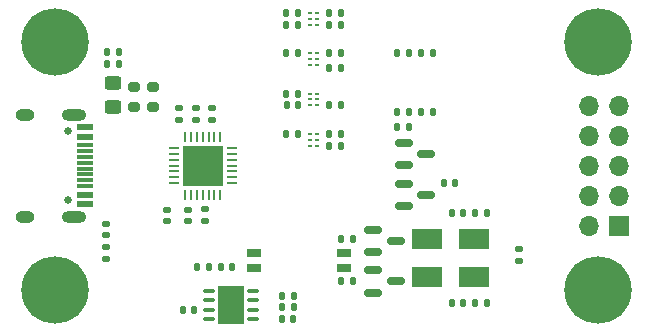
<source format=gbr>
%TF.GenerationSoftware,KiCad,Pcbnew,7.0.10*%
%TF.CreationDate,2024-01-22T13:51:10-08:00*%
%TF.ProjectId,esp32-prog,65737033-322d-4707-926f-672e6b696361,rev2*%
%TF.SameCoordinates,PX47868c0PY36d6160*%
%TF.FileFunction,Soldermask,Top*%
%TF.FilePolarity,Negative*%
%FSLAX46Y46*%
G04 Gerber Fmt 4.6, Leading zero omitted, Abs format (unit mm)*
G04 Created by KiCad (PCBNEW 7.0.10) date 2024-01-22 13:51:10*
%MOMM*%
%LPD*%
G01*
G04 APERTURE LIST*
G04 Aperture macros list*
%AMRoundRect*
0 Rectangle with rounded corners*
0 $1 Rounding radius*
0 $2 $3 $4 $5 $6 $7 $8 $9 X,Y pos of 4 corners*
0 Add a 4 corners polygon primitive as box body*
4,1,4,$2,$3,$4,$5,$6,$7,$8,$9,$2,$3,0*
0 Add four circle primitives for the rounded corners*
1,1,$1+$1,$2,$3*
1,1,$1+$1,$4,$5*
1,1,$1+$1,$6,$7*
1,1,$1+$1,$8,$9*
0 Add four rect primitives between the rounded corners*
20,1,$1+$1,$2,$3,$4,$5,0*
20,1,$1+$1,$4,$5,$6,$7,0*
20,1,$1+$1,$6,$7,$8,$9,0*
20,1,$1+$1,$8,$9,$2,$3,0*%
G04 Aperture macros list end*
%ADD10C,0.650000*%
%ADD11R,1.450000X0.600000*%
%ADD12R,1.450000X0.300000*%
%ADD13O,2.100000X1.000000*%
%ADD14O,1.600000X1.000000*%
%ADD15RoundRect,0.200000X0.275000X-0.200000X0.275000X0.200000X-0.275000X0.200000X-0.275000X-0.200000X0*%
%ADD16RoundRect,0.135000X-0.135000X-0.185000X0.135000X-0.185000X0.135000X0.185000X-0.135000X0.185000X0*%
%ADD17RoundRect,0.066667X-0.108333X-0.033333X0.108333X-0.033333X0.108333X0.033333X-0.108333X0.033333X0*%
%ADD18RoundRect,0.066667X-0.083333X-0.033333X0.083333X-0.033333X0.083333X0.033333X-0.083333X0.033333X0*%
%ADD19RoundRect,0.087500X0.387500X0.087500X-0.387500X0.087500X-0.387500X-0.087500X0.387500X-0.087500X0*%
%ADD20R,2.300000X3.240000*%
%ADD21R,2.500000X1.700000*%
%ADD22RoundRect,0.140000X0.140000X0.170000X-0.140000X0.170000X-0.140000X-0.170000X0.140000X-0.170000X0*%
%ADD23R,1.270000X0.760000*%
%ADD24RoundRect,0.135000X0.135000X0.185000X-0.135000X0.185000X-0.135000X-0.185000X0.135000X-0.185000X0*%
%ADD25RoundRect,0.140000X-0.140000X-0.170000X0.140000X-0.170000X0.140000X0.170000X-0.140000X0.170000X0*%
%ADD26C,5.700000*%
%ADD27RoundRect,0.147500X-0.147500X-0.172500X0.147500X-0.172500X0.147500X0.172500X-0.147500X0.172500X0*%
%ADD28RoundRect,0.147500X0.147500X0.172500X-0.147500X0.172500X-0.147500X-0.172500X0.147500X-0.172500X0*%
%ADD29RoundRect,0.140000X-0.170000X0.140000X-0.170000X-0.140000X0.170000X-0.140000X0.170000X0.140000X0*%
%ADD30RoundRect,0.147500X0.172500X-0.147500X0.172500X0.147500X-0.172500X0.147500X-0.172500X-0.147500X0*%
%ADD31RoundRect,0.062500X-0.337500X-0.062500X0.337500X-0.062500X0.337500X0.062500X-0.337500X0.062500X0*%
%ADD32RoundRect,0.062500X-0.062500X-0.337500X0.062500X-0.337500X0.062500X0.337500X-0.062500X0.337500X0*%
%ADD33R,3.350000X3.350000*%
%ADD34RoundRect,0.135000X0.185000X-0.135000X0.185000X0.135000X-0.185000X0.135000X-0.185000X-0.135000X0*%
%ADD35R,1.700000X1.700000*%
%ADD36O,1.700000X1.700000*%
%ADD37RoundRect,0.150000X-0.587500X-0.150000X0.587500X-0.150000X0.587500X0.150000X-0.587500X0.150000X0*%
%ADD38RoundRect,0.147500X-0.172500X0.147500X-0.172500X-0.147500X0.172500X-0.147500X0.172500X0.147500X0*%
%ADD39RoundRect,0.066667X0.108333X0.033333X-0.108333X0.033333X-0.108333X-0.033333X0.108333X-0.033333X0*%
%ADD40RoundRect,0.066667X0.083333X0.033333X-0.083333X0.033333X-0.083333X-0.033333X0.083333X-0.033333X0*%
%ADD41RoundRect,0.250000X0.450000X-0.325000X0.450000X0.325000X-0.450000X0.325000X-0.450000X-0.325000X0*%
%ADD42RoundRect,0.135000X-0.185000X0.135000X-0.185000X-0.135000X0.185000X-0.135000X0.185000X0.135000X0*%
G04 APERTURE END LIST*
D10*
%TO.C,J1*%
X5600000Y-12110000D03*
X5600000Y-17890000D03*
D11*
X7045000Y-11750000D03*
X7045000Y-12550000D03*
D12*
X7045000Y-13750000D03*
X7045000Y-14750000D03*
X7045000Y-15250000D03*
X7045000Y-16250000D03*
D11*
X7045000Y-17450000D03*
X7045000Y-18250000D03*
X7045000Y-18250000D03*
X7045000Y-17450000D03*
D12*
X7045000Y-16750000D03*
X7045000Y-15750000D03*
X7045000Y-14250000D03*
X7045000Y-13250000D03*
D11*
X7045000Y-12550000D03*
X7045000Y-11750000D03*
D13*
X6130000Y-10680000D03*
D14*
X1950000Y-10680000D03*
D13*
X6130000Y-19320000D03*
D14*
X1950000Y-19320000D03*
%TD*%
D15*
%TO.C,R2*%
X11200000Y-10025000D03*
X11200000Y-8375000D03*
%TD*%
D16*
%TO.C,R26*%
X33490000Y-5500000D03*
X34510000Y-5500000D03*
%TD*%
D17*
%TO.C,U4*%
X26125000Y-2100000D03*
D18*
X26100000Y-2600000D03*
X26100000Y-3100000D03*
X26700000Y-3100000D03*
X26700000Y-2600000D03*
X26700000Y-2100000D03*
%TD*%
D19*
%TO.C,U1*%
X21300000Y-28000000D03*
X21300000Y-27200000D03*
X21300000Y-26400000D03*
X21300000Y-25600000D03*
X17500000Y-25600000D03*
X17500000Y-26400000D03*
X17500000Y-27200000D03*
X17500000Y-28000000D03*
D20*
X19400000Y-26800000D03*
%TD*%
D21*
%TO.C,D7*%
X36000000Y-24400000D03*
X40000000Y-24400000D03*
%TD*%
D22*
%TO.C,C2*%
X24680000Y-28000000D03*
X23720000Y-28000000D03*
%TD*%
D16*
%TO.C,R21*%
X27690000Y-6700000D03*
X28710000Y-6700000D03*
%TD*%
D23*
%TO.C,SW1*%
X21390000Y-22365000D03*
X21390000Y-23635000D03*
X29010000Y-23635000D03*
X29010000Y-22365000D03*
%TD*%
D24*
%TO.C,R9*%
X41110000Y-19000000D03*
X40090000Y-19000000D03*
%TD*%
D25*
%TO.C,C1*%
X15320000Y-27200000D03*
X16280000Y-27200000D03*
%TD*%
D22*
%TO.C,C8*%
X25080000Y-9900000D03*
X24120000Y-9900000D03*
%TD*%
D26*
%TO.C,H4*%
X4500000Y-25500000D03*
%TD*%
%TO.C,H2*%
X50500000Y-4500000D03*
%TD*%
D16*
%TO.C,R15*%
X24090000Y-8900000D03*
X25110000Y-8900000D03*
%TD*%
D27*
%TO.C,D8*%
X38115000Y-26600000D03*
X39085000Y-26600000D03*
%TD*%
D24*
%TO.C,R14*%
X41110000Y-26600000D03*
X40090000Y-26600000D03*
%TD*%
D28*
%TO.C,D9*%
X36485000Y-5500000D03*
X35515000Y-5500000D03*
%TD*%
D29*
%TO.C,C4*%
X14000000Y-18720000D03*
X14000000Y-19680000D03*
%TD*%
D30*
%TO.C,D2*%
X8800000Y-22885000D03*
X8800000Y-21915000D03*
%TD*%
D16*
%TO.C,R27*%
X33490000Y-10500000D03*
X34510000Y-10500000D03*
%TD*%
D31*
%TO.C,U2*%
X14550000Y-13500000D03*
X14550000Y-14000000D03*
X14550000Y-14500000D03*
X14550000Y-15000000D03*
X14550000Y-15500000D03*
X14550000Y-16000000D03*
X14550000Y-16500000D03*
D32*
X15500000Y-17450000D03*
X16000000Y-17450000D03*
X16500000Y-17450000D03*
X17000000Y-17450000D03*
X17500000Y-17450000D03*
X18000000Y-17450000D03*
X18500000Y-17450000D03*
D31*
X19450000Y-16500000D03*
X19450000Y-16000000D03*
X19450000Y-15500000D03*
X19450000Y-15000000D03*
X19450000Y-14500000D03*
X19450000Y-14000000D03*
X19450000Y-13500000D03*
D32*
X18500000Y-12550000D03*
X18000000Y-12550000D03*
X17500000Y-12550000D03*
X17000000Y-12550000D03*
X16500000Y-12550000D03*
X16000000Y-12550000D03*
X15500000Y-12550000D03*
D33*
X17000000Y-15000000D03*
%TD*%
D34*
%TO.C,R24*%
X43750000Y-23085000D03*
X43750000Y-22065000D03*
%TD*%
%TO.C,R11*%
X16400000Y-11110000D03*
X16400000Y-10090000D03*
%TD*%
D24*
%TO.C,R19*%
X25110000Y-12300000D03*
X24090000Y-12300000D03*
%TD*%
D16*
%TO.C,R20*%
X27690000Y-9900000D03*
X28710000Y-9900000D03*
%TD*%
D26*
%TO.C,H3*%
X50500000Y-25500000D03*
%TD*%
D24*
%TO.C,R17*%
X25110000Y-5500000D03*
X24090000Y-5500000D03*
%TD*%
D25*
%TO.C,C5*%
X27720000Y-5500000D03*
X28680000Y-5500000D03*
%TD*%
D15*
%TO.C,R3*%
X12800000Y-10025000D03*
X12800000Y-8375000D03*
%TD*%
D17*
%TO.C,U3*%
X26125000Y-5500000D03*
D18*
X26100000Y-6000000D03*
X26100000Y-6500000D03*
X26700000Y-6500000D03*
X26700000Y-6000000D03*
X26700000Y-5500000D03*
%TD*%
D16*
%TO.C,R7*%
X28690000Y-21200000D03*
X29710000Y-21200000D03*
%TD*%
D35*
%TO.C,J2*%
X52275000Y-20075000D03*
D36*
X49735000Y-20075000D03*
X52275000Y-17535000D03*
X49735000Y-17535000D03*
X52275000Y-14995000D03*
X49735000Y-14995000D03*
X52275000Y-12455000D03*
X49735000Y-12455000D03*
X52275000Y-9915000D03*
X49735000Y-9915000D03*
%TD*%
D37*
%TO.C,Q4*%
X34062500Y-13050000D03*
X34062500Y-14950000D03*
X35937500Y-14000000D03*
%TD*%
D16*
%TO.C,R22*%
X27690000Y-3100000D03*
X28710000Y-3100000D03*
%TD*%
D28*
%TO.C,D10*%
X36485000Y-10500000D03*
X35515000Y-10500000D03*
%TD*%
D25*
%TO.C,C7*%
X27720000Y-12300000D03*
X28680000Y-12300000D03*
%TD*%
D16*
%TO.C,R23*%
X27690000Y-13300000D03*
X28710000Y-13300000D03*
%TD*%
D37*
%TO.C,Q3*%
X34062500Y-16550000D03*
X34062500Y-18450000D03*
X35937500Y-17500000D03*
%TD*%
D38*
%TO.C,D3*%
X8800000Y-19915000D03*
X8800000Y-20885000D03*
%TD*%
D24*
%TO.C,R4*%
X24710000Y-27000000D03*
X23690000Y-27000000D03*
%TD*%
D34*
%TO.C,R12*%
X17800000Y-11110000D03*
X17800000Y-10090000D03*
%TD*%
D28*
%TO.C,D5*%
X19485000Y-23600000D03*
X18515000Y-23600000D03*
%TD*%
D29*
%TO.C,C3*%
X15800000Y-18720000D03*
X15800000Y-19680000D03*
%TD*%
D37*
%TO.C,Q2*%
X31462500Y-23850000D03*
X31462500Y-25750000D03*
X33337500Y-24800000D03*
%TD*%
D16*
%TO.C,R10*%
X16490000Y-23600000D03*
X17510000Y-23600000D03*
%TD*%
D39*
%TO.C,U6*%
X26675000Y-9900000D03*
D40*
X26700000Y-9400000D03*
X26700000Y-8900000D03*
X26100000Y-8900000D03*
X26100000Y-9400000D03*
X26100000Y-9900000D03*
%TD*%
D16*
%TO.C,R5*%
X23690000Y-26000000D03*
X24710000Y-26000000D03*
%TD*%
%TO.C,R16*%
X24090000Y-3100000D03*
X25110000Y-3100000D03*
%TD*%
D37*
%TO.C,Q1*%
X31462500Y-20450000D03*
X31462500Y-22350000D03*
X33337500Y-21400000D03*
%TD*%
D17*
%TO.C,U5*%
X26125000Y-12300000D03*
D18*
X26100000Y-12800000D03*
X26100000Y-13300000D03*
X26700000Y-13300000D03*
X26700000Y-12800000D03*
X26700000Y-12300000D03*
%TD*%
D25*
%TO.C,C6*%
X27720000Y-2100000D03*
X28680000Y-2100000D03*
%TD*%
%TO.C,C9*%
X37445000Y-16500000D03*
X38405000Y-16500000D03*
%TD*%
D34*
%TO.C,R13*%
X15000000Y-11110000D03*
X15000000Y-10090000D03*
%TD*%
D16*
%TO.C,R1*%
X8890000Y-5400000D03*
X9910000Y-5400000D03*
%TD*%
D27*
%TO.C,D4*%
X38115000Y-19000000D03*
X39085000Y-19000000D03*
%TD*%
D28*
%TO.C,D1*%
X9885000Y-6400000D03*
X8915000Y-6400000D03*
%TD*%
D16*
%TO.C,R8*%
X28690000Y-24800000D03*
X29710000Y-24800000D03*
%TD*%
%TO.C,R25*%
X33490000Y-11700000D03*
X34510000Y-11700000D03*
%TD*%
D41*
%TO.C,L1*%
X9400000Y-10025000D03*
X9400000Y-7975000D03*
%TD*%
D21*
%TO.C,D6*%
X36000000Y-21200000D03*
X40000000Y-21200000D03*
%TD*%
D42*
%TO.C,R6*%
X17200000Y-18690000D03*
X17200000Y-19710000D03*
%TD*%
D24*
%TO.C,R18*%
X25110000Y-2100000D03*
X24090000Y-2100000D03*
%TD*%
D26*
%TO.C,H1*%
X4500000Y-4500000D03*
%TD*%
M02*

</source>
